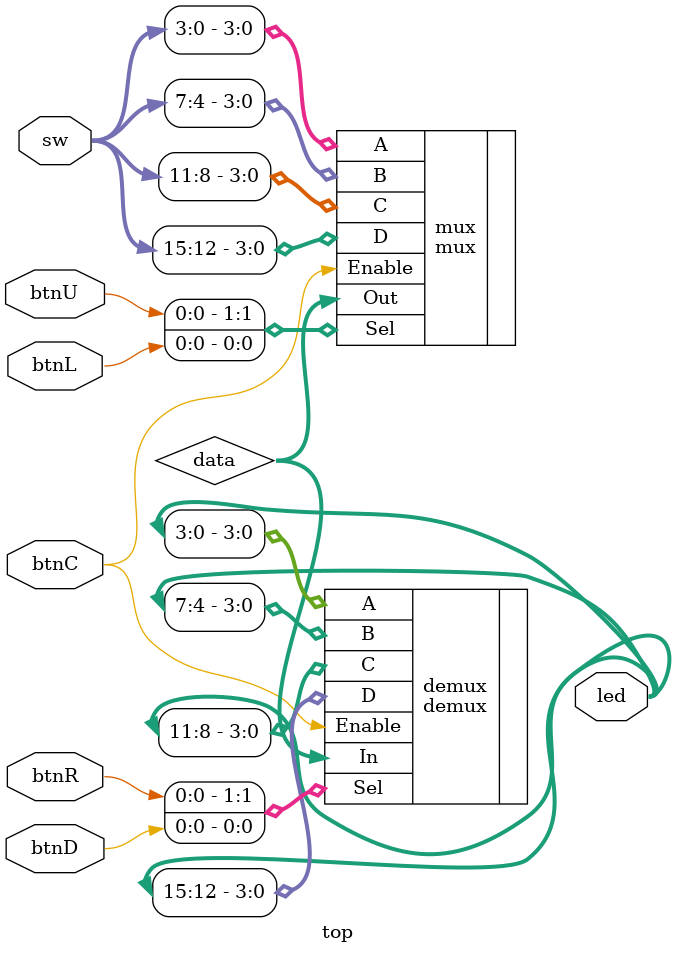
<source format=v>
module top(
    input[15:0]sw,
    input btnL, btnR, btnU, btnD, btnC,
    output[15:0]led
    
    );
    
        wire[3:0] data;
        mux mux(
        .A(sw[3:0]),
        .B(sw[7:4]),
        .C(sw[11:8]),
        .D(sw[15:12]),
        .Enable(btnC),
        .Sel({btnU,btnL}),
        .Out(data)
        );
        
        demux demux(
        .In(data),
        .Enable(btnC),
        .Sel({btnR,btnD}),
        .A(led[3:0]),
        .B(led[7:4]),
        .C(led[11:8]),
        .D(led[15:12])
        );
    
    
endmodule

</source>
